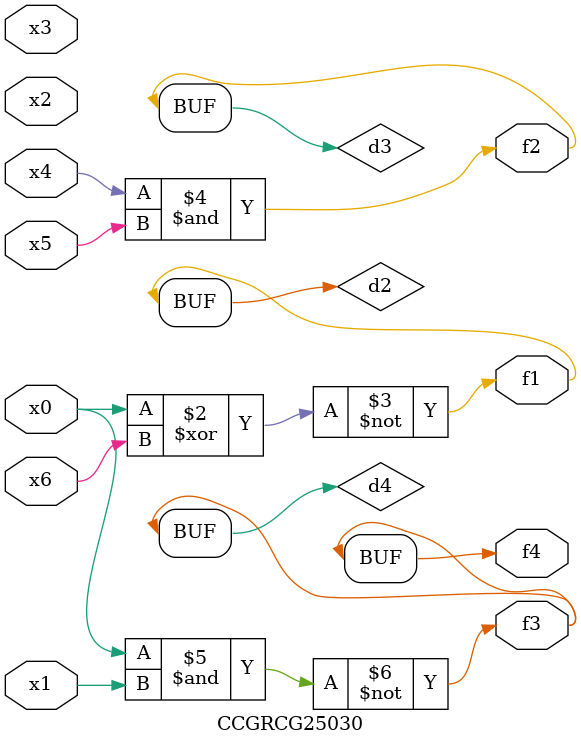
<source format=v>
module CCGRCG25030(
	input x0, x1, x2, x3, x4, x5, x6,
	output f1, f2, f3, f4
);

	wire d1, d2, d3, d4;

	nor (d1, x0);
	xnor (d2, x0, x6);
	and (d3, x4, x5);
	nand (d4, x0, x1);
	assign f1 = d2;
	assign f2 = d3;
	assign f3 = d4;
	assign f4 = d4;
endmodule

</source>
